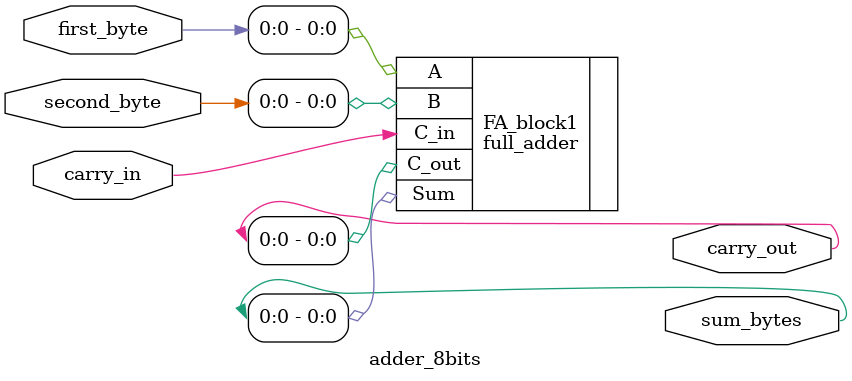
<source format=v>
`timescale 1ms/1ps
`include "full_adder.v"

module adder_8bits (
    input  [7:0] first_byte, second_byte,
    input  carry_in,
    output [7:0] sum_bytes,
    output [7:0] carry_out
);

full_adder FA_block1 (.A(first_byte[0]), .B(second_byte[0]), .C_in(carry_in), .Sum(sum_bytes[0]), .C_out(carry_out[0]));

endmodule
</source>
